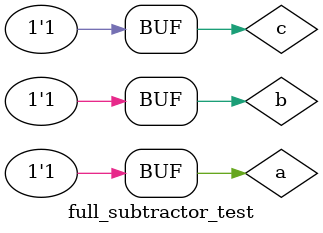
<source format=v>
module full_subtractor_test;
  reg a,b,c;
  wire diff,bor;
  full_subtractor dut(a,b,c,diff,bor);
  initial begin
    a=1'b0;b=1'b0;c=1'b0;
#5  a=1'b0;b=1'b0;c=1'b1;
#5  a=1'b0;b=1'b1;c=1'b0;
#5  a=1'b0;b=1'b1;c=1'b1;
#5  a=1'b1;b=1'b0;c=1'b0;
#5  a=1'b1;b=1'b0;c=1'b1;
#5  a=1'b1;b=1'b1;c=1'b0;
#5  a=1'b1;b=1'b1;c=1'b1;
  end
  initial begin
    $monitor("sim time=%0t,a=%b,b=%b,c=%b,diff=%b,bor=%b",$time,a,b,c,diff,bor);
    $dumpfile("dump.vcd");
    $dumpvars(0,a,b,c,diff,bor);
  end 
endmodule

</source>
